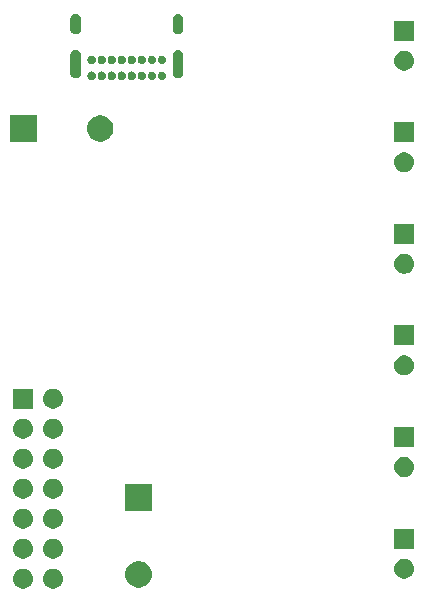
<source format=gbr>
%TF.GenerationSoftware,KiCad,Pcbnew,8.0.6*%
%TF.CreationDate,2024-11-27T12:31:09-05:00*%
%TF.ProjectId,CAN Board,43414e20-426f-4617-9264-2e6b69636164,rev?*%
%TF.SameCoordinates,Original*%
%TF.FileFunction,Soldermask,Bot*%
%TF.FilePolarity,Negative*%
%FSLAX46Y46*%
G04 Gerber Fmt 4.6, Leading zero omitted, Abs format (unit mm)*
G04 Created by KiCad (PCBNEW 8.0.6) date 2024-11-27 12:31:09*
%MOMM*%
%LPD*%
G01*
G04 APERTURE LIST*
G04 APERTURE END LIST*
G36*
X28487664Y-59806602D02*
G01*
X28650000Y-59878878D01*
X28793761Y-59983327D01*
X28912664Y-60115383D01*
X29001514Y-60269274D01*
X29056425Y-60438275D01*
X29075000Y-60615000D01*
X29056425Y-60791725D01*
X29001514Y-60960726D01*
X28912664Y-61114617D01*
X28793761Y-61246673D01*
X28650000Y-61351122D01*
X28487664Y-61423398D01*
X28313849Y-61460344D01*
X28136151Y-61460344D01*
X27962336Y-61423398D01*
X27800000Y-61351122D01*
X27656239Y-61246673D01*
X27537336Y-61114617D01*
X27448486Y-60960726D01*
X27393575Y-60791725D01*
X27375000Y-60615000D01*
X27393575Y-60438275D01*
X27448486Y-60269274D01*
X27537336Y-60115383D01*
X27656239Y-59983327D01*
X27800000Y-59878878D01*
X27962336Y-59806602D01*
X28136151Y-59769656D01*
X28313849Y-59769656D01*
X28487664Y-59806602D01*
G37*
G36*
X31027664Y-59806602D02*
G01*
X31190000Y-59878878D01*
X31333761Y-59983327D01*
X31452664Y-60115383D01*
X31541514Y-60269274D01*
X31596425Y-60438275D01*
X31615000Y-60615000D01*
X31596425Y-60791725D01*
X31541514Y-60960726D01*
X31452664Y-61114617D01*
X31333761Y-61246673D01*
X31190000Y-61351122D01*
X31027664Y-61423398D01*
X30853849Y-61460344D01*
X30676151Y-61460344D01*
X30502336Y-61423398D01*
X30340000Y-61351122D01*
X30196239Y-61246673D01*
X30077336Y-61114617D01*
X29988486Y-60960726D01*
X29933575Y-60791725D01*
X29915000Y-60615000D01*
X29933575Y-60438275D01*
X29988486Y-60269274D01*
X30077336Y-60115383D01*
X30196239Y-59983327D01*
X30340000Y-59878878D01*
X30502336Y-59806602D01*
X30676151Y-59769656D01*
X30853849Y-59769656D01*
X31027664Y-59806602D01*
G37*
G36*
X38307871Y-59167946D02*
G01*
X38501456Y-59242941D01*
X38677964Y-59352231D01*
X38831385Y-59492092D01*
X38956494Y-59657764D01*
X39049031Y-59843603D01*
X39105845Y-60043282D01*
X39125000Y-60250000D01*
X39105845Y-60456718D01*
X39049031Y-60656397D01*
X38956494Y-60842236D01*
X38831385Y-61007908D01*
X38677964Y-61147769D01*
X38501456Y-61257059D01*
X38307871Y-61332054D01*
X38103802Y-61370201D01*
X37896198Y-61370201D01*
X37692129Y-61332054D01*
X37498544Y-61257059D01*
X37322036Y-61147769D01*
X37168615Y-61007908D01*
X37043506Y-60842236D01*
X36950969Y-60656397D01*
X36894155Y-60456718D01*
X36875000Y-60250000D01*
X36894155Y-60043282D01*
X36950969Y-59843603D01*
X37043506Y-59657764D01*
X37168615Y-59492092D01*
X37322036Y-59352231D01*
X37498544Y-59242941D01*
X37692129Y-59167946D01*
X37896198Y-59129799D01*
X38103802Y-59129799D01*
X38307871Y-59167946D01*
G37*
G36*
X60762664Y-58956602D02*
G01*
X60925000Y-59028878D01*
X61068761Y-59133327D01*
X61187664Y-59265383D01*
X61276514Y-59419274D01*
X61331425Y-59588275D01*
X61350000Y-59765000D01*
X61331425Y-59941725D01*
X61276514Y-60110726D01*
X61187664Y-60264617D01*
X61068761Y-60396673D01*
X60925000Y-60501122D01*
X60762664Y-60573398D01*
X60588849Y-60610344D01*
X60411151Y-60610344D01*
X60237336Y-60573398D01*
X60075000Y-60501122D01*
X59931239Y-60396673D01*
X59812336Y-60264617D01*
X59723486Y-60110726D01*
X59668575Y-59941725D01*
X59650000Y-59765000D01*
X59668575Y-59588275D01*
X59723486Y-59419274D01*
X59812336Y-59265383D01*
X59931239Y-59133327D01*
X60075000Y-59028878D01*
X60237336Y-58956602D01*
X60411151Y-58919656D01*
X60588849Y-58919656D01*
X60762664Y-58956602D01*
G37*
G36*
X28487664Y-57266602D02*
G01*
X28650000Y-57338878D01*
X28793761Y-57443327D01*
X28912664Y-57575383D01*
X29001514Y-57729274D01*
X29056425Y-57898275D01*
X29075000Y-58075000D01*
X29056425Y-58251725D01*
X29001514Y-58420726D01*
X28912664Y-58574617D01*
X28793761Y-58706673D01*
X28650000Y-58811122D01*
X28487664Y-58883398D01*
X28313849Y-58920344D01*
X28136151Y-58920344D01*
X27962336Y-58883398D01*
X27800000Y-58811122D01*
X27656239Y-58706673D01*
X27537336Y-58574617D01*
X27448486Y-58420726D01*
X27393575Y-58251725D01*
X27375000Y-58075000D01*
X27393575Y-57898275D01*
X27448486Y-57729274D01*
X27537336Y-57575383D01*
X27656239Y-57443327D01*
X27800000Y-57338878D01*
X27962336Y-57266602D01*
X28136151Y-57229656D01*
X28313849Y-57229656D01*
X28487664Y-57266602D01*
G37*
G36*
X31027664Y-57266602D02*
G01*
X31190000Y-57338878D01*
X31333761Y-57443327D01*
X31452664Y-57575383D01*
X31541514Y-57729274D01*
X31596425Y-57898275D01*
X31615000Y-58075000D01*
X31596425Y-58251725D01*
X31541514Y-58420726D01*
X31452664Y-58574617D01*
X31333761Y-58706673D01*
X31190000Y-58811122D01*
X31027664Y-58883398D01*
X30853849Y-58920344D01*
X30676151Y-58920344D01*
X30502336Y-58883398D01*
X30340000Y-58811122D01*
X30196239Y-58706673D01*
X30077336Y-58574617D01*
X29988486Y-58420726D01*
X29933575Y-58251725D01*
X29915000Y-58075000D01*
X29933575Y-57898275D01*
X29988486Y-57729274D01*
X30077336Y-57575383D01*
X30196239Y-57443327D01*
X30340000Y-57338878D01*
X30502336Y-57266602D01*
X30676151Y-57229656D01*
X30853849Y-57229656D01*
X31027664Y-57266602D01*
G37*
G36*
X61350000Y-58075000D02*
G01*
X59650000Y-58075000D01*
X59650000Y-56375000D01*
X61350000Y-56375000D01*
X61350000Y-58075000D01*
G37*
G36*
X28487664Y-54726602D02*
G01*
X28650000Y-54798878D01*
X28793761Y-54903327D01*
X28912664Y-55035383D01*
X29001514Y-55189274D01*
X29056425Y-55358275D01*
X29075000Y-55535000D01*
X29056425Y-55711725D01*
X29001514Y-55880726D01*
X28912664Y-56034617D01*
X28793761Y-56166673D01*
X28650000Y-56271122D01*
X28487664Y-56343398D01*
X28313849Y-56380344D01*
X28136151Y-56380344D01*
X27962336Y-56343398D01*
X27800000Y-56271122D01*
X27656239Y-56166673D01*
X27537336Y-56034617D01*
X27448486Y-55880726D01*
X27393575Y-55711725D01*
X27375000Y-55535000D01*
X27393575Y-55358275D01*
X27448486Y-55189274D01*
X27537336Y-55035383D01*
X27656239Y-54903327D01*
X27800000Y-54798878D01*
X27962336Y-54726602D01*
X28136151Y-54689656D01*
X28313849Y-54689656D01*
X28487664Y-54726602D01*
G37*
G36*
X31027664Y-54726602D02*
G01*
X31190000Y-54798878D01*
X31333761Y-54903327D01*
X31452664Y-55035383D01*
X31541514Y-55189274D01*
X31596425Y-55358275D01*
X31615000Y-55535000D01*
X31596425Y-55711725D01*
X31541514Y-55880726D01*
X31452664Y-56034617D01*
X31333761Y-56166673D01*
X31190000Y-56271122D01*
X31027664Y-56343398D01*
X30853849Y-56380344D01*
X30676151Y-56380344D01*
X30502336Y-56343398D01*
X30340000Y-56271122D01*
X30196239Y-56166673D01*
X30077336Y-56034617D01*
X29988486Y-55880726D01*
X29933575Y-55711725D01*
X29915000Y-55535000D01*
X29933575Y-55358275D01*
X29988486Y-55189274D01*
X30077336Y-55035383D01*
X30196239Y-54903327D01*
X30340000Y-54798878D01*
X30502336Y-54726602D01*
X30676151Y-54689656D01*
X30853849Y-54689656D01*
X31027664Y-54726602D01*
G37*
G36*
X39125000Y-54875000D02*
G01*
X36875000Y-54875000D01*
X36875000Y-52625000D01*
X39125000Y-52625000D01*
X39125000Y-54875000D01*
G37*
G36*
X28487664Y-52186602D02*
G01*
X28650000Y-52258878D01*
X28793761Y-52363327D01*
X28912664Y-52495383D01*
X29001514Y-52649274D01*
X29056425Y-52818275D01*
X29075000Y-52995000D01*
X29056425Y-53171725D01*
X29001514Y-53340726D01*
X28912664Y-53494617D01*
X28793761Y-53626673D01*
X28650000Y-53731122D01*
X28487664Y-53803398D01*
X28313849Y-53840344D01*
X28136151Y-53840344D01*
X27962336Y-53803398D01*
X27800000Y-53731122D01*
X27656239Y-53626673D01*
X27537336Y-53494617D01*
X27448486Y-53340726D01*
X27393575Y-53171725D01*
X27375000Y-52995000D01*
X27393575Y-52818275D01*
X27448486Y-52649274D01*
X27537336Y-52495383D01*
X27656239Y-52363327D01*
X27800000Y-52258878D01*
X27962336Y-52186602D01*
X28136151Y-52149656D01*
X28313849Y-52149656D01*
X28487664Y-52186602D01*
G37*
G36*
X31027664Y-52186602D02*
G01*
X31190000Y-52258878D01*
X31333761Y-52363327D01*
X31452664Y-52495383D01*
X31541514Y-52649274D01*
X31596425Y-52818275D01*
X31615000Y-52995000D01*
X31596425Y-53171725D01*
X31541514Y-53340726D01*
X31452664Y-53494617D01*
X31333761Y-53626673D01*
X31190000Y-53731122D01*
X31027664Y-53803398D01*
X30853849Y-53840344D01*
X30676151Y-53840344D01*
X30502336Y-53803398D01*
X30340000Y-53731122D01*
X30196239Y-53626673D01*
X30077336Y-53494617D01*
X29988486Y-53340726D01*
X29933575Y-53171725D01*
X29915000Y-52995000D01*
X29933575Y-52818275D01*
X29988486Y-52649274D01*
X30077336Y-52495383D01*
X30196239Y-52363327D01*
X30340000Y-52258878D01*
X30502336Y-52186602D01*
X30676151Y-52149656D01*
X30853849Y-52149656D01*
X31027664Y-52186602D01*
G37*
G36*
X60762664Y-50356602D02*
G01*
X60925000Y-50428878D01*
X61068761Y-50533327D01*
X61187664Y-50665383D01*
X61276514Y-50819274D01*
X61331425Y-50988275D01*
X61350000Y-51165000D01*
X61331425Y-51341725D01*
X61276514Y-51510726D01*
X61187664Y-51664617D01*
X61068761Y-51796673D01*
X60925000Y-51901122D01*
X60762664Y-51973398D01*
X60588849Y-52010344D01*
X60411151Y-52010344D01*
X60237336Y-51973398D01*
X60075000Y-51901122D01*
X59931239Y-51796673D01*
X59812336Y-51664617D01*
X59723486Y-51510726D01*
X59668575Y-51341725D01*
X59650000Y-51165000D01*
X59668575Y-50988275D01*
X59723486Y-50819274D01*
X59812336Y-50665383D01*
X59931239Y-50533327D01*
X60075000Y-50428878D01*
X60237336Y-50356602D01*
X60411151Y-50319656D01*
X60588849Y-50319656D01*
X60762664Y-50356602D01*
G37*
G36*
X28487664Y-49646602D02*
G01*
X28650000Y-49718878D01*
X28793761Y-49823327D01*
X28912664Y-49955383D01*
X29001514Y-50109274D01*
X29056425Y-50278275D01*
X29075000Y-50455000D01*
X29056425Y-50631725D01*
X29001514Y-50800726D01*
X28912664Y-50954617D01*
X28793761Y-51086673D01*
X28650000Y-51191122D01*
X28487664Y-51263398D01*
X28313849Y-51300344D01*
X28136151Y-51300344D01*
X27962336Y-51263398D01*
X27800000Y-51191122D01*
X27656239Y-51086673D01*
X27537336Y-50954617D01*
X27448486Y-50800726D01*
X27393575Y-50631725D01*
X27375000Y-50455000D01*
X27393575Y-50278275D01*
X27448486Y-50109274D01*
X27537336Y-49955383D01*
X27656239Y-49823327D01*
X27800000Y-49718878D01*
X27962336Y-49646602D01*
X28136151Y-49609656D01*
X28313849Y-49609656D01*
X28487664Y-49646602D01*
G37*
G36*
X31027664Y-49646602D02*
G01*
X31190000Y-49718878D01*
X31333761Y-49823327D01*
X31452664Y-49955383D01*
X31541514Y-50109274D01*
X31596425Y-50278275D01*
X31615000Y-50455000D01*
X31596425Y-50631725D01*
X31541514Y-50800726D01*
X31452664Y-50954617D01*
X31333761Y-51086673D01*
X31190000Y-51191122D01*
X31027664Y-51263398D01*
X30853849Y-51300344D01*
X30676151Y-51300344D01*
X30502336Y-51263398D01*
X30340000Y-51191122D01*
X30196239Y-51086673D01*
X30077336Y-50954617D01*
X29988486Y-50800726D01*
X29933575Y-50631725D01*
X29915000Y-50455000D01*
X29933575Y-50278275D01*
X29988486Y-50109274D01*
X30077336Y-49955383D01*
X30196239Y-49823327D01*
X30340000Y-49718878D01*
X30502336Y-49646602D01*
X30676151Y-49609656D01*
X30853849Y-49609656D01*
X31027664Y-49646602D01*
G37*
G36*
X61350000Y-49475000D02*
G01*
X59650000Y-49475000D01*
X59650000Y-47775000D01*
X61350000Y-47775000D01*
X61350000Y-49475000D01*
G37*
G36*
X28487664Y-47106602D02*
G01*
X28650000Y-47178878D01*
X28793761Y-47283327D01*
X28912664Y-47415383D01*
X29001514Y-47569274D01*
X29056425Y-47738275D01*
X29075000Y-47915000D01*
X29056425Y-48091725D01*
X29001514Y-48260726D01*
X28912664Y-48414617D01*
X28793761Y-48546673D01*
X28650000Y-48651122D01*
X28487664Y-48723398D01*
X28313849Y-48760344D01*
X28136151Y-48760344D01*
X27962336Y-48723398D01*
X27800000Y-48651122D01*
X27656239Y-48546673D01*
X27537336Y-48414617D01*
X27448486Y-48260726D01*
X27393575Y-48091725D01*
X27375000Y-47915000D01*
X27393575Y-47738275D01*
X27448486Y-47569274D01*
X27537336Y-47415383D01*
X27656239Y-47283327D01*
X27800000Y-47178878D01*
X27962336Y-47106602D01*
X28136151Y-47069656D01*
X28313849Y-47069656D01*
X28487664Y-47106602D01*
G37*
G36*
X31027664Y-47106602D02*
G01*
X31190000Y-47178878D01*
X31333761Y-47283327D01*
X31452664Y-47415383D01*
X31541514Y-47569274D01*
X31596425Y-47738275D01*
X31615000Y-47915000D01*
X31596425Y-48091725D01*
X31541514Y-48260726D01*
X31452664Y-48414617D01*
X31333761Y-48546673D01*
X31190000Y-48651122D01*
X31027664Y-48723398D01*
X30853849Y-48760344D01*
X30676151Y-48760344D01*
X30502336Y-48723398D01*
X30340000Y-48651122D01*
X30196239Y-48546673D01*
X30077336Y-48414617D01*
X29988486Y-48260726D01*
X29933575Y-48091725D01*
X29915000Y-47915000D01*
X29933575Y-47738275D01*
X29988486Y-47569274D01*
X30077336Y-47415383D01*
X30196239Y-47283327D01*
X30340000Y-47178878D01*
X30502336Y-47106602D01*
X30676151Y-47069656D01*
X30853849Y-47069656D01*
X31027664Y-47106602D01*
G37*
G36*
X29075000Y-46225000D02*
G01*
X27375000Y-46225000D01*
X27375000Y-44525000D01*
X29075000Y-44525000D01*
X29075000Y-46225000D01*
G37*
G36*
X31027664Y-44566602D02*
G01*
X31190000Y-44638878D01*
X31333761Y-44743327D01*
X31452664Y-44875383D01*
X31541514Y-45029274D01*
X31596425Y-45198275D01*
X31615000Y-45375000D01*
X31596425Y-45551725D01*
X31541514Y-45720726D01*
X31452664Y-45874617D01*
X31333761Y-46006673D01*
X31190000Y-46111122D01*
X31027664Y-46183398D01*
X30853849Y-46220344D01*
X30676151Y-46220344D01*
X30502336Y-46183398D01*
X30340000Y-46111122D01*
X30196239Y-46006673D01*
X30077336Y-45874617D01*
X29988486Y-45720726D01*
X29933575Y-45551725D01*
X29915000Y-45375000D01*
X29933575Y-45198275D01*
X29988486Y-45029274D01*
X30077336Y-44875383D01*
X30196239Y-44743327D01*
X30340000Y-44638878D01*
X30502336Y-44566602D01*
X30676151Y-44529656D01*
X30853849Y-44529656D01*
X31027664Y-44566602D01*
G37*
G36*
X60762664Y-41756602D02*
G01*
X60925000Y-41828878D01*
X61068761Y-41933327D01*
X61187664Y-42065383D01*
X61276514Y-42219274D01*
X61331425Y-42388275D01*
X61350000Y-42565000D01*
X61331425Y-42741725D01*
X61276514Y-42910726D01*
X61187664Y-43064617D01*
X61068761Y-43196673D01*
X60925000Y-43301122D01*
X60762664Y-43373398D01*
X60588849Y-43410344D01*
X60411151Y-43410344D01*
X60237336Y-43373398D01*
X60075000Y-43301122D01*
X59931239Y-43196673D01*
X59812336Y-43064617D01*
X59723486Y-42910726D01*
X59668575Y-42741725D01*
X59650000Y-42565000D01*
X59668575Y-42388275D01*
X59723486Y-42219274D01*
X59812336Y-42065383D01*
X59931239Y-41933327D01*
X60075000Y-41828878D01*
X60237336Y-41756602D01*
X60411151Y-41719656D01*
X60588849Y-41719656D01*
X60762664Y-41756602D01*
G37*
G36*
X61350000Y-40875000D02*
G01*
X59650000Y-40875000D01*
X59650000Y-39175000D01*
X61350000Y-39175000D01*
X61350000Y-40875000D01*
G37*
G36*
X60762664Y-33156602D02*
G01*
X60925000Y-33228878D01*
X61068761Y-33333327D01*
X61187664Y-33465383D01*
X61276514Y-33619274D01*
X61331425Y-33788275D01*
X61350000Y-33965000D01*
X61331425Y-34141725D01*
X61276514Y-34310726D01*
X61187664Y-34464617D01*
X61068761Y-34596673D01*
X60925000Y-34701122D01*
X60762664Y-34773398D01*
X60588849Y-34810344D01*
X60411151Y-34810344D01*
X60237336Y-34773398D01*
X60075000Y-34701122D01*
X59931239Y-34596673D01*
X59812336Y-34464617D01*
X59723486Y-34310726D01*
X59668575Y-34141725D01*
X59650000Y-33965000D01*
X59668575Y-33788275D01*
X59723486Y-33619274D01*
X59812336Y-33465383D01*
X59931239Y-33333327D01*
X60075000Y-33228878D01*
X60237336Y-33156602D01*
X60411151Y-33119656D01*
X60588849Y-33119656D01*
X60762664Y-33156602D01*
G37*
G36*
X61350000Y-32275000D02*
G01*
X59650000Y-32275000D01*
X59650000Y-30575000D01*
X61350000Y-30575000D01*
X61350000Y-32275000D01*
G37*
G36*
X60762664Y-24556602D02*
G01*
X60925000Y-24628878D01*
X61068761Y-24733327D01*
X61187664Y-24865383D01*
X61276514Y-25019274D01*
X61331425Y-25188275D01*
X61350000Y-25365000D01*
X61331425Y-25541725D01*
X61276514Y-25710726D01*
X61187664Y-25864617D01*
X61068761Y-25996673D01*
X60925000Y-26101122D01*
X60762664Y-26173398D01*
X60588849Y-26210344D01*
X60411151Y-26210344D01*
X60237336Y-26173398D01*
X60075000Y-26101122D01*
X59931239Y-25996673D01*
X59812336Y-25864617D01*
X59723486Y-25710726D01*
X59668575Y-25541725D01*
X59650000Y-25365000D01*
X59668575Y-25188275D01*
X59723486Y-25019274D01*
X59812336Y-24865383D01*
X59931239Y-24733327D01*
X60075000Y-24628878D01*
X60237336Y-24556602D01*
X60411151Y-24519656D01*
X60588849Y-24519656D01*
X60762664Y-24556602D01*
G37*
G36*
X61350000Y-23675000D02*
G01*
X59650000Y-23675000D01*
X59650000Y-21975000D01*
X61350000Y-21975000D01*
X61350000Y-23675000D01*
G37*
G36*
X29375000Y-23625000D02*
G01*
X27125000Y-23625000D01*
X27125000Y-21375000D01*
X29375000Y-21375000D01*
X29375000Y-23625000D01*
G37*
G36*
X35057871Y-21417946D02*
G01*
X35251456Y-21492941D01*
X35427964Y-21602231D01*
X35581385Y-21742092D01*
X35706494Y-21907764D01*
X35799031Y-22093603D01*
X35855845Y-22293282D01*
X35875000Y-22500000D01*
X35855845Y-22706718D01*
X35799031Y-22906397D01*
X35706494Y-23092236D01*
X35581385Y-23257908D01*
X35427964Y-23397769D01*
X35251456Y-23507059D01*
X35057871Y-23582054D01*
X34853802Y-23620201D01*
X34646198Y-23620201D01*
X34442129Y-23582054D01*
X34248544Y-23507059D01*
X34072036Y-23397769D01*
X33918615Y-23257908D01*
X33793506Y-23092236D01*
X33700969Y-22906397D01*
X33644155Y-22706718D01*
X33625000Y-22500000D01*
X33644155Y-22293282D01*
X33700969Y-22093603D01*
X33793506Y-21907764D01*
X33918615Y-21742092D01*
X34072036Y-21602231D01*
X34248544Y-21492941D01*
X34442129Y-21417946D01*
X34646198Y-21379799D01*
X34853802Y-21379799D01*
X35057871Y-21417946D01*
G37*
G36*
X34133156Y-17692130D02*
G01*
X34230725Y-17741844D01*
X34308156Y-17819275D01*
X34357870Y-17916844D01*
X34375000Y-18025000D01*
X34357870Y-18133156D01*
X34308156Y-18230725D01*
X34230725Y-18308156D01*
X34133156Y-18357870D01*
X34025000Y-18375000D01*
X33916844Y-18357870D01*
X33819275Y-18308156D01*
X33741844Y-18230725D01*
X33692130Y-18133156D01*
X33675000Y-18025000D01*
X33692130Y-17916844D01*
X33741844Y-17819275D01*
X33819275Y-17741844D01*
X33916844Y-17692130D01*
X34025000Y-17675000D01*
X34133156Y-17692130D01*
G37*
G36*
X34983156Y-17692130D02*
G01*
X35080725Y-17741844D01*
X35158156Y-17819275D01*
X35207870Y-17916844D01*
X35225000Y-18025000D01*
X35207870Y-18133156D01*
X35158156Y-18230725D01*
X35080725Y-18308156D01*
X34983156Y-18357870D01*
X34875000Y-18375000D01*
X34766844Y-18357870D01*
X34669275Y-18308156D01*
X34591844Y-18230725D01*
X34542130Y-18133156D01*
X34525000Y-18025000D01*
X34542130Y-17916844D01*
X34591844Y-17819275D01*
X34669275Y-17741844D01*
X34766844Y-17692130D01*
X34875000Y-17675000D01*
X34983156Y-17692130D01*
G37*
G36*
X35833156Y-17692130D02*
G01*
X35930725Y-17741844D01*
X36008156Y-17819275D01*
X36057870Y-17916844D01*
X36075000Y-18025000D01*
X36057870Y-18133156D01*
X36008156Y-18230725D01*
X35930725Y-18308156D01*
X35833156Y-18357870D01*
X35725000Y-18375000D01*
X35616844Y-18357870D01*
X35519275Y-18308156D01*
X35441844Y-18230725D01*
X35392130Y-18133156D01*
X35375000Y-18025000D01*
X35392130Y-17916844D01*
X35441844Y-17819275D01*
X35519275Y-17741844D01*
X35616844Y-17692130D01*
X35725000Y-17675000D01*
X35833156Y-17692130D01*
G37*
G36*
X36683156Y-17692130D02*
G01*
X36780725Y-17741844D01*
X36858156Y-17819275D01*
X36907870Y-17916844D01*
X36925000Y-18025000D01*
X36907870Y-18133156D01*
X36858156Y-18230725D01*
X36780725Y-18308156D01*
X36683156Y-18357870D01*
X36575000Y-18375000D01*
X36466844Y-18357870D01*
X36369275Y-18308156D01*
X36291844Y-18230725D01*
X36242130Y-18133156D01*
X36225000Y-18025000D01*
X36242130Y-17916844D01*
X36291844Y-17819275D01*
X36369275Y-17741844D01*
X36466844Y-17692130D01*
X36575000Y-17675000D01*
X36683156Y-17692130D01*
G37*
G36*
X37533156Y-17692130D02*
G01*
X37630725Y-17741844D01*
X37708156Y-17819275D01*
X37757870Y-17916844D01*
X37775000Y-18025000D01*
X37757870Y-18133156D01*
X37708156Y-18230725D01*
X37630725Y-18308156D01*
X37533156Y-18357870D01*
X37425000Y-18375000D01*
X37316844Y-18357870D01*
X37219275Y-18308156D01*
X37141844Y-18230725D01*
X37092130Y-18133156D01*
X37075000Y-18025000D01*
X37092130Y-17916844D01*
X37141844Y-17819275D01*
X37219275Y-17741844D01*
X37316844Y-17692130D01*
X37425000Y-17675000D01*
X37533156Y-17692130D01*
G37*
G36*
X38383156Y-17692130D02*
G01*
X38480725Y-17741844D01*
X38558156Y-17819275D01*
X38607870Y-17916844D01*
X38625000Y-18025000D01*
X38607870Y-18133156D01*
X38558156Y-18230725D01*
X38480725Y-18308156D01*
X38383156Y-18357870D01*
X38275000Y-18375000D01*
X38166844Y-18357870D01*
X38069275Y-18308156D01*
X37991844Y-18230725D01*
X37942130Y-18133156D01*
X37925000Y-18025000D01*
X37942130Y-17916844D01*
X37991844Y-17819275D01*
X38069275Y-17741844D01*
X38166844Y-17692130D01*
X38275000Y-17675000D01*
X38383156Y-17692130D01*
G37*
G36*
X39233156Y-17692130D02*
G01*
X39330725Y-17741844D01*
X39408156Y-17819275D01*
X39457870Y-17916844D01*
X39475000Y-18025000D01*
X39457870Y-18133156D01*
X39408156Y-18230725D01*
X39330725Y-18308156D01*
X39233156Y-18357870D01*
X39125000Y-18375000D01*
X39016844Y-18357870D01*
X38919275Y-18308156D01*
X38841844Y-18230725D01*
X38792130Y-18133156D01*
X38775000Y-18025000D01*
X38792130Y-17916844D01*
X38841844Y-17819275D01*
X38919275Y-17741844D01*
X39016844Y-17692130D01*
X39125000Y-17675000D01*
X39233156Y-17692130D01*
G37*
G36*
X40083156Y-17692130D02*
G01*
X40180725Y-17741844D01*
X40258156Y-17819275D01*
X40307870Y-17916844D01*
X40325000Y-18025000D01*
X40307870Y-18133156D01*
X40258156Y-18230725D01*
X40180725Y-18308156D01*
X40083156Y-18357870D01*
X39975000Y-18375000D01*
X39866844Y-18357870D01*
X39769275Y-18308156D01*
X39691844Y-18230725D01*
X39642130Y-18133156D01*
X39625000Y-18025000D01*
X39642130Y-17916844D01*
X39691844Y-17819275D01*
X39769275Y-17741844D01*
X39866844Y-17692130D01*
X39975000Y-17675000D01*
X40083156Y-17692130D01*
G37*
G36*
X32847208Y-15879254D02*
G01*
X32948943Y-15937991D01*
X33032009Y-16021057D01*
X33090746Y-16122792D01*
X33121150Y-16236263D01*
X33125000Y-16295000D01*
X33125000Y-17795000D01*
X33121150Y-17853737D01*
X33090746Y-17967208D01*
X33032009Y-18068943D01*
X32948943Y-18152009D01*
X32847208Y-18210746D01*
X32733737Y-18241150D01*
X32616263Y-18241150D01*
X32502792Y-18210746D01*
X32401057Y-18152009D01*
X32317991Y-18068943D01*
X32259254Y-17967208D01*
X32228850Y-17853737D01*
X32225000Y-17795000D01*
X32225000Y-16295000D01*
X32228850Y-16236263D01*
X32259254Y-16122792D01*
X32317991Y-16021057D01*
X32401057Y-15937991D01*
X32502792Y-15879254D01*
X32616263Y-15848850D01*
X32733737Y-15848850D01*
X32847208Y-15879254D01*
G37*
G36*
X41497208Y-15879254D02*
G01*
X41598943Y-15937991D01*
X41682009Y-16021057D01*
X41740746Y-16122792D01*
X41771150Y-16236263D01*
X41775000Y-16295000D01*
X41775000Y-17795000D01*
X41771150Y-17853737D01*
X41740746Y-17967208D01*
X41682009Y-18068943D01*
X41598943Y-18152009D01*
X41497208Y-18210746D01*
X41383737Y-18241150D01*
X41266263Y-18241150D01*
X41152792Y-18210746D01*
X41051057Y-18152009D01*
X40967991Y-18068943D01*
X40909254Y-17967208D01*
X40878850Y-17853737D01*
X40875000Y-17795000D01*
X40875000Y-16295000D01*
X40878850Y-16236263D01*
X40909254Y-16122792D01*
X40967991Y-16021057D01*
X41051057Y-15937991D01*
X41152792Y-15879254D01*
X41266263Y-15848850D01*
X41383737Y-15848850D01*
X41497208Y-15879254D01*
G37*
G36*
X60762664Y-15956602D02*
G01*
X60925000Y-16028878D01*
X61068761Y-16133327D01*
X61187664Y-16265383D01*
X61276514Y-16419274D01*
X61331425Y-16588275D01*
X61350000Y-16765000D01*
X61331425Y-16941725D01*
X61276514Y-17110726D01*
X61187664Y-17264617D01*
X61068761Y-17396673D01*
X60925000Y-17501122D01*
X60762664Y-17573398D01*
X60588849Y-17610344D01*
X60411151Y-17610344D01*
X60237336Y-17573398D01*
X60075000Y-17501122D01*
X59931239Y-17396673D01*
X59812336Y-17264617D01*
X59723486Y-17110726D01*
X59668575Y-16941725D01*
X59650000Y-16765000D01*
X59668575Y-16588275D01*
X59723486Y-16419274D01*
X59812336Y-16265383D01*
X59931239Y-16133327D01*
X60075000Y-16028878D01*
X60237336Y-15956602D01*
X60411151Y-15919656D01*
X60588849Y-15919656D01*
X60762664Y-15956602D01*
G37*
G36*
X34133156Y-16342130D02*
G01*
X34230725Y-16391844D01*
X34308156Y-16469275D01*
X34357870Y-16566844D01*
X34375000Y-16675000D01*
X34357870Y-16783156D01*
X34308156Y-16880725D01*
X34230725Y-16958156D01*
X34133156Y-17007870D01*
X34025000Y-17025000D01*
X33916844Y-17007870D01*
X33819275Y-16958156D01*
X33741844Y-16880725D01*
X33692130Y-16783156D01*
X33675000Y-16675000D01*
X33692130Y-16566844D01*
X33741844Y-16469275D01*
X33819275Y-16391844D01*
X33916844Y-16342130D01*
X34025000Y-16325000D01*
X34133156Y-16342130D01*
G37*
G36*
X34983156Y-16342130D02*
G01*
X35080725Y-16391844D01*
X35158156Y-16469275D01*
X35207870Y-16566844D01*
X35225000Y-16675000D01*
X35207870Y-16783156D01*
X35158156Y-16880725D01*
X35080725Y-16958156D01*
X34983156Y-17007870D01*
X34875000Y-17025000D01*
X34766844Y-17007870D01*
X34669275Y-16958156D01*
X34591844Y-16880725D01*
X34542130Y-16783156D01*
X34525000Y-16675000D01*
X34542130Y-16566844D01*
X34591844Y-16469275D01*
X34669275Y-16391844D01*
X34766844Y-16342130D01*
X34875000Y-16325000D01*
X34983156Y-16342130D01*
G37*
G36*
X35833156Y-16342130D02*
G01*
X35930725Y-16391844D01*
X36008156Y-16469275D01*
X36057870Y-16566844D01*
X36075000Y-16675000D01*
X36057870Y-16783156D01*
X36008156Y-16880725D01*
X35930725Y-16958156D01*
X35833156Y-17007870D01*
X35725000Y-17025000D01*
X35616844Y-17007870D01*
X35519275Y-16958156D01*
X35441844Y-16880725D01*
X35392130Y-16783156D01*
X35375000Y-16675000D01*
X35392130Y-16566844D01*
X35441844Y-16469275D01*
X35519275Y-16391844D01*
X35616844Y-16342130D01*
X35725000Y-16325000D01*
X35833156Y-16342130D01*
G37*
G36*
X36683156Y-16342130D02*
G01*
X36780725Y-16391844D01*
X36858156Y-16469275D01*
X36907870Y-16566844D01*
X36925000Y-16675000D01*
X36907870Y-16783156D01*
X36858156Y-16880725D01*
X36780725Y-16958156D01*
X36683156Y-17007870D01*
X36575000Y-17025000D01*
X36466844Y-17007870D01*
X36369275Y-16958156D01*
X36291844Y-16880725D01*
X36242130Y-16783156D01*
X36225000Y-16675000D01*
X36242130Y-16566844D01*
X36291844Y-16469275D01*
X36369275Y-16391844D01*
X36466844Y-16342130D01*
X36575000Y-16325000D01*
X36683156Y-16342130D01*
G37*
G36*
X37533156Y-16342130D02*
G01*
X37630725Y-16391844D01*
X37708156Y-16469275D01*
X37757870Y-16566844D01*
X37775000Y-16675000D01*
X37757870Y-16783156D01*
X37708156Y-16880725D01*
X37630725Y-16958156D01*
X37533156Y-17007870D01*
X37425000Y-17025000D01*
X37316844Y-17007870D01*
X37219275Y-16958156D01*
X37141844Y-16880725D01*
X37092130Y-16783156D01*
X37075000Y-16675000D01*
X37092130Y-16566844D01*
X37141844Y-16469275D01*
X37219275Y-16391844D01*
X37316844Y-16342130D01*
X37425000Y-16325000D01*
X37533156Y-16342130D01*
G37*
G36*
X38383156Y-16342130D02*
G01*
X38480725Y-16391844D01*
X38558156Y-16469275D01*
X38607870Y-16566844D01*
X38625000Y-16675000D01*
X38607870Y-16783156D01*
X38558156Y-16880725D01*
X38480725Y-16958156D01*
X38383156Y-17007870D01*
X38275000Y-17025000D01*
X38166844Y-17007870D01*
X38069275Y-16958156D01*
X37991844Y-16880725D01*
X37942130Y-16783156D01*
X37925000Y-16675000D01*
X37942130Y-16566844D01*
X37991844Y-16469275D01*
X38069275Y-16391844D01*
X38166844Y-16342130D01*
X38275000Y-16325000D01*
X38383156Y-16342130D01*
G37*
G36*
X39233156Y-16342130D02*
G01*
X39330725Y-16391844D01*
X39408156Y-16469275D01*
X39457870Y-16566844D01*
X39475000Y-16675000D01*
X39457870Y-16783156D01*
X39408156Y-16880725D01*
X39330725Y-16958156D01*
X39233156Y-17007870D01*
X39125000Y-17025000D01*
X39016844Y-17007870D01*
X38919275Y-16958156D01*
X38841844Y-16880725D01*
X38792130Y-16783156D01*
X38775000Y-16675000D01*
X38792130Y-16566844D01*
X38841844Y-16469275D01*
X38919275Y-16391844D01*
X39016844Y-16342130D01*
X39125000Y-16325000D01*
X39233156Y-16342130D01*
G37*
G36*
X40083156Y-16342130D02*
G01*
X40180725Y-16391844D01*
X40258156Y-16469275D01*
X40307870Y-16566844D01*
X40325000Y-16675000D01*
X40307870Y-16783156D01*
X40258156Y-16880725D01*
X40180725Y-16958156D01*
X40083156Y-17007870D01*
X39975000Y-17025000D01*
X39866844Y-17007870D01*
X39769275Y-16958156D01*
X39691844Y-16880725D01*
X39642130Y-16783156D01*
X39625000Y-16675000D01*
X39642130Y-16566844D01*
X39691844Y-16469275D01*
X39769275Y-16391844D01*
X39866844Y-16342130D01*
X39975000Y-16325000D01*
X40083156Y-16342130D01*
G37*
G36*
X61350000Y-15075000D02*
G01*
X59650000Y-15075000D01*
X59650000Y-13375000D01*
X61350000Y-13375000D01*
X61350000Y-15075000D01*
G37*
G36*
X32847208Y-12849254D02*
G01*
X32948943Y-12907991D01*
X33032009Y-12991057D01*
X33090746Y-13092792D01*
X33121150Y-13206263D01*
X33125000Y-13265000D01*
X33125000Y-14065000D01*
X33121150Y-14123737D01*
X33090746Y-14237208D01*
X33032009Y-14338943D01*
X32948943Y-14422009D01*
X32847208Y-14480746D01*
X32733737Y-14511150D01*
X32616263Y-14511150D01*
X32502792Y-14480746D01*
X32401057Y-14422009D01*
X32317991Y-14338943D01*
X32259254Y-14237208D01*
X32228850Y-14123737D01*
X32225000Y-14065000D01*
X32225000Y-13265000D01*
X32228850Y-13206263D01*
X32259254Y-13092792D01*
X32317991Y-12991057D01*
X32401057Y-12907991D01*
X32502792Y-12849254D01*
X32616263Y-12818850D01*
X32733737Y-12818850D01*
X32847208Y-12849254D01*
G37*
G36*
X41497208Y-12849254D02*
G01*
X41598943Y-12907991D01*
X41682009Y-12991057D01*
X41740746Y-13092792D01*
X41771150Y-13206263D01*
X41775000Y-13265000D01*
X41775000Y-14065000D01*
X41771150Y-14123737D01*
X41740746Y-14237208D01*
X41682009Y-14338943D01*
X41598943Y-14422009D01*
X41497208Y-14480746D01*
X41383737Y-14511150D01*
X41266263Y-14511150D01*
X41152792Y-14480746D01*
X41051057Y-14422009D01*
X40967991Y-14338943D01*
X40909254Y-14237208D01*
X40878850Y-14123737D01*
X40875000Y-14065000D01*
X40875000Y-13265000D01*
X40878850Y-13206263D01*
X40909254Y-13092792D01*
X40967991Y-12991057D01*
X41051057Y-12907991D01*
X41152792Y-12849254D01*
X41266263Y-12818850D01*
X41383737Y-12818850D01*
X41497208Y-12849254D01*
G37*
M02*

</source>
